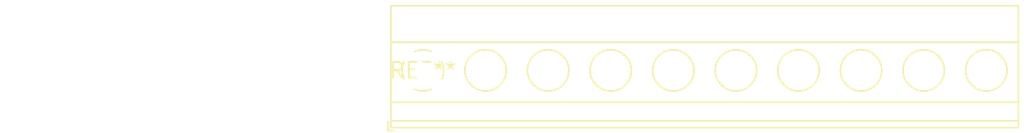
<source format=kicad_pcb>
(kicad_pcb (version 20240108) (generator pcbnew)
  (layers (0 "F.Cu" signal) (31 "B.Cu" signal) (34 "B.Paste" user) (35 "F.Paste" user) (36 "B.SilkS" user "B.Silkscreen") (37 "F.SilkS" user "F.Silkscreen") (38 "B.Mask" user) (39 "F.Mask" user) (44 "Edge.Cuts" user))
  (net 0 "")
  (footprint "TerminalBlock_Phoenix_MKDS-1,5-10-5.08_1x10_P5.08mm_Horizontal" (layer "F.Cu") (at 0 0)
    (property "Reference" "REF**")
    (property "Value" "TerminalBlock_Phoenix_MKDS-1,5-10-5.08_1x10_P5.08mm_Horizontal")
    (fp_line (start -2.84 4.16) (end -2.84 4.9) (layer "F.SilkS") (stroke (width 0.12)))
    (fp_line (start -2.84 4.9) (end -2.34 4.9) (layer "F.SilkS") (stroke (width 0.12)))
    (fp_line (start -2.6 -5.261) (end -2.6 4.66) (layer "F.SilkS") (stroke (width 0.12)))
    (fp_line (start -2.6 -5.261) (end 48.32 -5.261) (layer "F.SilkS") (stroke (width 0.12)))
    (fp_line (start -2.6 -2.301) (end 48.32 -2.301) (layer "F.SilkS") (stroke (width 0.12)))
    (fp_line (start -2.6 2.6) (end 48.32 2.6) (layer "F.SilkS") (stroke (width 0.12)))
    (fp_line (start -2.6 4.1) (end 48.32 4.1) (layer "F.SilkS") (stroke (width 0.12)))
    (fp_line (start -2.6 4.66) (end 48.32 4.66) (layer "F.SilkS") (stroke (width 0.12)))
    (fp_line (start 3.853 1.023) (end 3.806 1.069) (layer "F.SilkS") (stroke (width 0.12)))
    (fp_line (start 4.046 1.239) (end 4.011 1.274) (layer "F.SilkS") (stroke (width 0.12)))
    (fp_line (start 6.15 -1.275) (end 6.115 -1.239) (layer "F.SilkS") (stroke (width 0.12)))
    (fp_line (start 6.355 -1.069) (end 6.308 -1.023) (layer "F.SilkS") (stroke (width 0.12)))
    (fp_line (start 8.933 1.023) (end 8.886 1.069) (layer "F.SilkS") (stroke (width 0.12)))
    (fp_line (start 9.126 1.239) (end 9.091 1.274) (layer "F.SilkS") (stroke (width 0.12)))
    (fp_line (start 11.23 -1.275) (end 11.195 -1.239) (layer "F.SilkS") (stroke (width 0.12)))
    (fp_line (start 11.435 -1.069) (end 11.388 -1.023) (layer "F.SilkS") (stroke (width 0.12)))
    (fp_line (start 14.013 1.023) (end 13.966 1.069) (layer "F.SilkS") (stroke (width 0.12)))
    (fp_line (start 14.206 1.239) (end 14.171 1.274) (layer "F.SilkS") (stroke (width 0.12)))
    (fp_line (start 16.31 -1.275) (end 16.275 -1.239) (layer "F.SilkS") (stroke (width 0.12)))
    (fp_line (start 16.515 -1.069) (end 16.468 -1.023) (layer "F.SilkS") (stroke (width 0.12)))
    (fp_line (start 19.093 1.023) (end 19.046 1.069) (layer "F.SilkS") (stroke (width 0.12)))
    (fp_line (start 19.286 1.239) (end 19.251 1.274) (layer "F.SilkS") (stroke (width 0.12)))
    (fp_line (start 21.39 -1.275) (end 21.355 -1.239) (layer "F.SilkS") (stroke (width 0.12)))
    (fp_line (start 21.595 -1.069) (end 21.548 -1.023) (layer "F.SilkS") (stroke (width 0.12)))
    (fp_line (start 24.173 1.023) (end 24.126 1.069) (layer "F.SilkS") (stroke (width 0.12)))
    (fp_line (start 24.366 1.239) (end 24.331 1.274) (layer "F.SilkS") (stroke (width 0.12)))
    (fp_line (start 26.47 -1.275) (end 26.435 -1.239) (layer "F.SilkS") (stroke (width 0.12)))
    (fp_line (start 26.675 -1.069) (end 26.628 -1.023) (layer "F.SilkS") (stroke (width 0.12)))
    (fp_line (start 29.253 1.023) (end 29.206 1.069) (layer "F.SilkS") (stroke (width 0.12)))
    (fp_line (start 29.446 1.239) (end 29.411 1.274) (layer "F.SilkS") (stroke (width 0.12)))
    (fp_line (start 31.55 -1.275) (end 31.515 -1.239) (layer "F.SilkS") (stroke (width 0.12)))
    (fp_line (start 31.755 -1.069) (end 31.708 -1.023) (layer "F.SilkS") (stroke (width 0.12)))
    (fp_line (start 34.333 1.023) (end 34.286 1.069) (layer "F.SilkS") (stroke (width 0.12)))
    (fp_line (start 34.526 1.239) (end 34.491 1.274) (layer "F.SilkS") (stroke (width 0.12)))
    (fp_line (start 36.63 -1.275) (end 36.595 -1.239) (layer "F.SilkS") (stroke (width 0.12)))
    (fp_line (start 36.835 -1.069) (end 36.788 -1.023) (layer "F.SilkS") (stroke (width 0.12)))
    (fp_line (start 39.413 1.023) (end 39.366 1.069) (layer "F.SilkS") (stroke (width 0.12)))
    (fp_line (start 39.606 1.239) (end 39.571 1.274) (layer "F.SilkS") (stroke (width 0.12)))
    (fp_line (start 41.71 -1.275) (end 41.675 -1.239) (layer "F.SilkS") (stroke (width 0.12)))
    (fp_line (start 41.915 -1.069) (end 41.868 -1.023) (layer "F.SilkS") (stroke (width 0.12)))
    (fp_line (start 44.493 1.023) (end 44.446 1.069) (layer "F.SilkS") (stroke (width 0.12)))
    (fp_line (start 44.686 1.239) (end 44.651 1.274) (layer "F.SilkS") (stroke (width 0.12)))
    (fp_line (start 46.79 -1.275) (end 46.755 -1.239) (layer "F.SilkS") (stroke (width 0.12)))
    (fp_line (start 46.995 -1.069) (end 46.948 -1.023) (layer "F.SilkS") (stroke (width 0.12)))
    (fp_line (start 48.32 -5.261) (end 48.32 4.66) (layer "F.SilkS") (stroke (width 0.12)))
    (fp_arc (start -1.535427 0.683042) (mid -1.680501 -0.000524) (end -1.535 -0.684) (layer "F.SilkS") (stroke (width 0.12)))
    (fp_arc (start -0.683042 -1.535427) (mid 0.000524 -1.680501) (end 0.684 -1.535) (layer "F.SilkS") (stroke (width 0.12)))
    (fp_arc (start 0.028805 1.680253) (mid -0.335551 1.646659) (end -0.684 1.535) (layer "F.SilkS") (stroke (width 0.12)))
    (fp_arc (start 0.683318 1.534756) (mid 0.349292 1.643288) (end 0 1.68) (layer "F.SilkS") (stroke (width 0.12)))
    (fp_arc (start 1.535427 -0.683042) (mid 1.680501 0.000524) (end 1.535 0.684) (layer "F.SilkS") (stroke (width 0.12)))
    (fp_circle (center 5.08 0) (end 6.76 0) (layer "F.SilkS") (stroke (width 0.12)) (fill none))
    (fp_circle (center 10.16 0) (end 11.84 0) (layer "F.SilkS") (stroke (width 0.12)) (fill none))
    (fp_circle (center 15.24 0) (end 16.92 0) (layer "F.SilkS") (stroke (width 0.12)) (fill none))
    (fp_circle (center 20.32 0) (end 22 0) (layer "F.SilkS") (stroke (width 0.12)) (fill none))
    (fp_circle (center 25.4 0) (end 27.08 0) (layer "F.SilkS") (stroke (width 0.12)) (fill none))
    (fp_circle (center 30.48 0) (end 32.16 0) (layer "F.SilkS") (stroke (width 0.12)) (fill none))
    (fp_circle (center 35.56 0) (end 37.24 0) (layer "F.SilkS") (stroke (width 0.12)) (fill none))
    (fp_circle (center 40.64 0) (end 42.32 0) (layer "F.SilkS") (stroke (width 0.12)) (fill none))
    (fp_circle (center 45.72 0) (end 47.4 0) (layer "F.SilkS") (stroke (width 0.12)) (fill none))
    (pad "1" thru_hole rect (at 0 0) (size 2.6 2.6) (drill 1.3) (layers *.Cu *.Mask) (remove_unused_layers))
    (pad "2" thru_hole circle (at 5.08 0) (size 2.6 2.6) (drill 1.3) (layers *.Cu *.Mask) (remove_unused_layers))
    (pad "3" thru_hole circle (at 10.16 0) (size 2.6 2.6) (drill 1.3) (layers *.Cu *.Mask) (remove_unused_layers))
    (pad "4" thru_hole circle (at 15.24 0) (size 2.6 2.6) (drill 1.3) (layers *.Cu *.Mask) (remove_unused_layers))
    (pad "5" thru_hole circle (at 20.32 0) (size 2.6 2.6) (drill 1.3) (layers *.Cu *.Mask) (remove_unused_layers))
    (pad "6" thru_hole circle (at 25.4 0) (size 2.6 2.6) (drill 1.3) (layers *.Cu *.Mask) (remove_unused_layers))
    (pad "7" thru_hole circle (at 30.48 0) (size 2.6 2.6) (drill 1.3) (layers *.Cu *.Mask) (remove_unused_layers))
    (pad "8" thru_hole circle (at 35.56 0) (size 2.6 2.6) (drill 1.3) (layers *.Cu *.Mask) (remove_unused_layers))
    (pad "9" thru_hole circle (at 40.64 0) (size 2.6 2.6) (drill 1.3) (layers *.Cu *.Mask) (remove_unused_layers))
    (pad "10" thru_hole circle (at 45.72 0) (size 2.6 2.6) (drill 1.3) (layers *.Cu *.Mask) (remove_unused_layers))
  )
)
</source>
